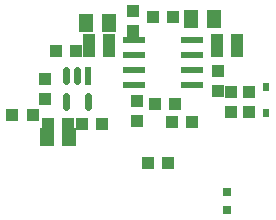
<source format=gbr>
G04 EAGLE Gerber RS-274X export*
G75*
%MOMM*%
%FSLAX34Y34*%
%LPD*%
%INSolderpaste Top*%
%IPPOS*%
%AMOC8*
5,1,8,0,0,1.08239X$1,22.5*%
G01*
%ADD10R,0.800000X0.800000*%
%ADD11R,1.000000X1.100000*%
%ADD12R,1.100000X1.000000*%
%ADD13R,1.981200X0.558800*%
%ADD14R,1.300000X1.500000*%
%ADD15R,0.572000X1.554000*%
%ADD16C,0.572000*%
%ADD17R,0.500000X0.800000*%


D10*
X52388Y64650D03*
X52388Y49650D03*
D11*
X2713Y89463D03*
X-14288Y89463D03*
X-112150Y130175D03*
X-129150Y130175D03*
D12*
X22788Y123825D03*
X5788Y123825D03*
D13*
X-26226Y193675D03*
X-26226Y180975D03*
X-26226Y168275D03*
X-26226Y155575D03*
X23051Y155575D03*
X23051Y168275D03*
X23051Y180975D03*
X23051Y193675D03*
D11*
X-23813Y141850D03*
X-23813Y124850D03*
D12*
X44450Y150250D03*
X44450Y167250D03*
D11*
X-8500Y139700D03*
X8500Y139700D03*
X71438Y132788D03*
X71438Y149788D03*
D12*
X55563Y132788D03*
X55563Y149788D03*
D14*
X41250Y211138D03*
X22250Y211138D03*
D12*
X43888Y184150D03*
X60888Y184150D03*
D15*
X-65113Y163400D03*
D16*
X-74613Y168310D02*
X-74613Y158490D01*
X-84113Y158490D02*
X-84113Y168310D01*
X-84113Y146310D02*
X-84113Y136490D01*
X-65113Y136490D02*
X-65113Y146310D01*
D12*
X-92638Y184150D03*
X-75638Y184150D03*
X-53413Y122238D03*
X-70413Y122238D03*
X-101600Y143900D03*
X-101600Y160900D03*
X-98988Y122238D03*
X-81988Y122238D03*
D14*
X-99988Y111125D03*
X-80988Y111125D03*
D12*
X43888Y193675D03*
X60888Y193675D03*
D14*
X-66650Y207963D03*
X-47650Y207963D03*
D12*
X-64063Y184150D03*
X-47063Y184150D03*
X-64063Y193675D03*
X-47063Y193675D03*
D17*
X85725Y153875D03*
X85725Y131875D03*
D12*
X-26988Y218050D03*
X-26988Y201050D03*
D11*
X6913Y212725D03*
X-10088Y212725D03*
M02*

</source>
